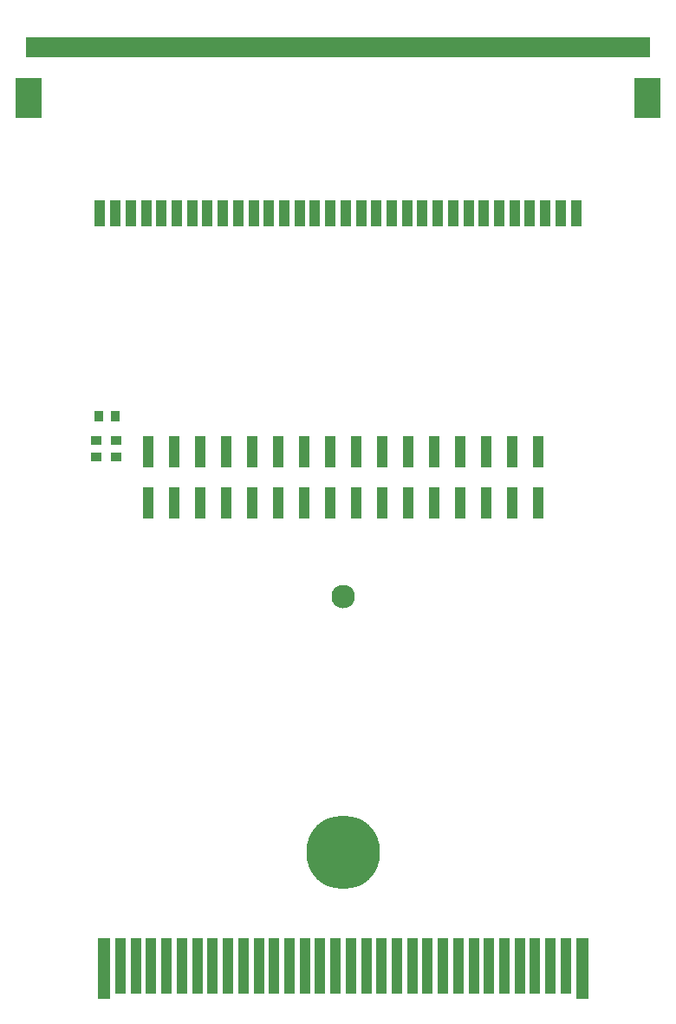
<source format=gts>
G04 #@! TF.GenerationSoftware,KiCad,Pcbnew,6.0.8*
G04 #@! TF.CreationDate,2022-10-09T16:44:11-07:00*
G04 #@! TF.ProjectId,interposer,696e7465-7270-46f7-9365-722e6b696361,v4.0*
G04 #@! TF.SameCoordinates,Original*
G04 #@! TF.FileFunction,Soldermask,Top*
G04 #@! TF.FilePolarity,Negative*
%FSLAX46Y46*%
G04 Gerber Fmt 4.6, Leading zero omitted, Abs format (unit mm)*
G04 Created by KiCad (PCBNEW 6.0.8) date 2022-10-09 16:44:11*
%MOMM*%
%LPD*%
G01*
G04 APERTURE LIST*
%ADD10C,7.200000*%
%ADD11C,2.300000*%
%ADD12R,1.000000X3.150000*%
%ADD13R,1.000000X0.820000*%
%ADD14R,1.300000X6.000000*%
%ADD15R,1.000000X5.500000*%
%ADD16R,0.820000X1.000000*%
%ADD17R,1.000000X2.500000*%
%ADD18R,2.500000X4.000000*%
G04 APERTURE END LIST*
D10*
X100000000Y-84650000D03*
D11*
X100000000Y-59650000D03*
D12*
X80950000Y-50525000D03*
X80950000Y-45475000D03*
X83490000Y-50525000D03*
X83490000Y-45475000D03*
X86030000Y-50525000D03*
X86030000Y-45475000D03*
X88570000Y-50525000D03*
X88570000Y-45475000D03*
X91110000Y-50525000D03*
X91110000Y-45475000D03*
X93650000Y-50525000D03*
X93650000Y-45475000D03*
X96190000Y-50525000D03*
X96190000Y-45475000D03*
X98730000Y-50525000D03*
X98730000Y-45475000D03*
X101270000Y-50525000D03*
X101270000Y-45475000D03*
X103810000Y-50525000D03*
X103810000Y-45475000D03*
X106350000Y-50525000D03*
X106350000Y-45475000D03*
X108890000Y-50525000D03*
X108890000Y-45475000D03*
X111430000Y-50525000D03*
X111430000Y-45475000D03*
X113970000Y-50525000D03*
X113970000Y-45475000D03*
X116510000Y-50525000D03*
X116510000Y-45475000D03*
X119050000Y-50525000D03*
X119050000Y-45475000D03*
D13*
X77800000Y-46000000D03*
X77800000Y-44400000D03*
D14*
X76600000Y-96000000D03*
D15*
X78250000Y-95750000D03*
X79750000Y-95750000D03*
X81250000Y-95750000D03*
X82750000Y-95750000D03*
X84250000Y-95750000D03*
X85750000Y-95750000D03*
X87250000Y-95750000D03*
X88750000Y-95750000D03*
X90250000Y-95750000D03*
X91750000Y-95750000D03*
X93250000Y-95750000D03*
X94750000Y-95750000D03*
X96250000Y-95750000D03*
X97750000Y-95750000D03*
X99250000Y-95750000D03*
X100750000Y-95750000D03*
X102250000Y-95750000D03*
X103750000Y-95750000D03*
X105250000Y-95750000D03*
X106750000Y-95750000D03*
X108250000Y-95750000D03*
X109750000Y-95750000D03*
X111250000Y-95750000D03*
X112750000Y-95750000D03*
X114250000Y-95750000D03*
X115750000Y-95750000D03*
X117250000Y-95750000D03*
X118750000Y-95750000D03*
X120250000Y-95750000D03*
X121750000Y-95750000D03*
D14*
X123400000Y-96000000D03*
D13*
X75900000Y-46000000D03*
X75900000Y-44400000D03*
D16*
X76100000Y-42000000D03*
X77700000Y-42000000D03*
D17*
X76250000Y-22250000D03*
X77750000Y-22250000D03*
X79250000Y-22250000D03*
X80750000Y-22250000D03*
X82250000Y-22250000D03*
X83750000Y-22250000D03*
X85250000Y-22250000D03*
X86750000Y-22250000D03*
X88250000Y-22250000D03*
X89750000Y-22250000D03*
X91250000Y-22250000D03*
X92750000Y-22250000D03*
X94250000Y-22250000D03*
X95750000Y-22250000D03*
X97250000Y-22250000D03*
X98750000Y-22250000D03*
X100250000Y-22250000D03*
X101750000Y-22250000D03*
X103250000Y-22250000D03*
X104750000Y-22250000D03*
X106250000Y-22250000D03*
X107750000Y-22250000D03*
X109250000Y-22250000D03*
X110750000Y-22250000D03*
X112250000Y-22250000D03*
X113750000Y-22250000D03*
X115250000Y-22250000D03*
X116750000Y-22250000D03*
X118250000Y-22250000D03*
X119750000Y-22250000D03*
X121250000Y-22250000D03*
D18*
X69300000Y-11000000D03*
X129700000Y-11000000D03*
D17*
X122750000Y-22250000D03*
G36*
X129942121Y-5020002D02*
G01*
X129988614Y-5073658D01*
X130000000Y-5126000D01*
X130000000Y-6874000D01*
X129979998Y-6942121D01*
X129926342Y-6988614D01*
X129874000Y-7000000D01*
X69126000Y-7000000D01*
X69057879Y-6979998D01*
X69011386Y-6926342D01*
X69000000Y-6874000D01*
X69000000Y-5126000D01*
X69020002Y-5057879D01*
X69073658Y-5011386D01*
X69126000Y-5000000D01*
X129874000Y-5000000D01*
X129942121Y-5020002D01*
G37*
M02*

</source>
